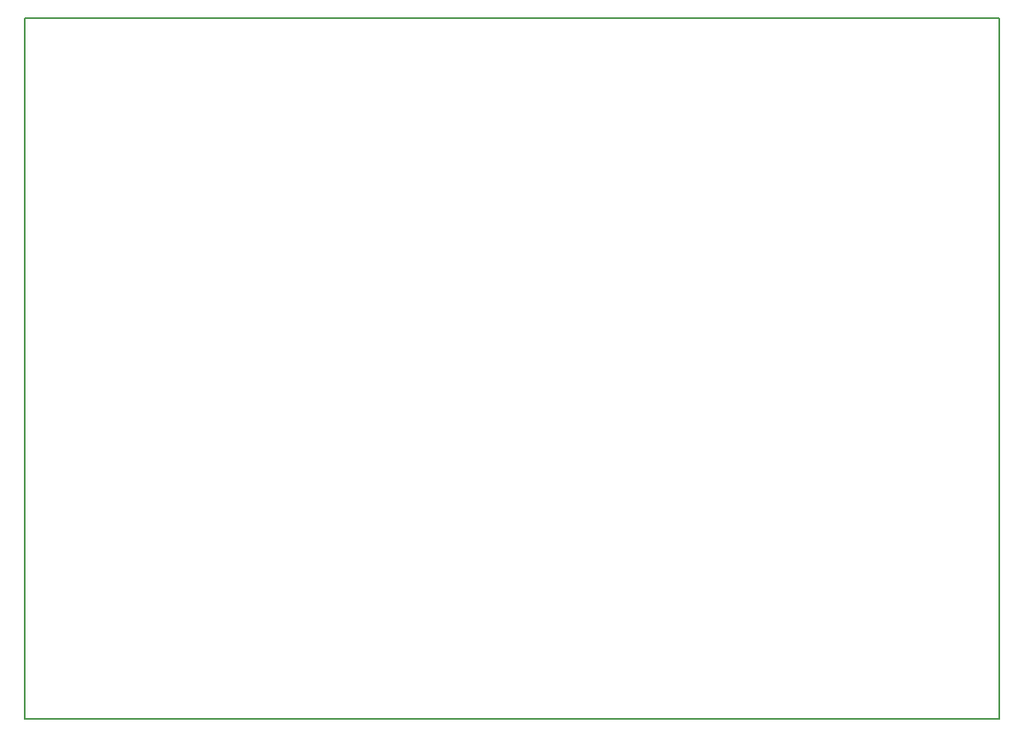
<source format=gbr>
G04 #@! TF.GenerationSoftware,KiCad,Pcbnew,(5.1.5)-3*
G04 #@! TF.CreationDate,2020-08-08T04:04:00-04:00*
G04 #@! TF.ProjectId,LT3081-ARDUINO-HEADERS,4c543330-3831-42d4-9152-4455494e4f2d,rev?*
G04 #@! TF.SameCoordinates,Original*
G04 #@! TF.FileFunction,Profile,NP*
%FSLAX46Y46*%
G04 Gerber Fmt 4.6, Leading zero omitted, Abs format (unit mm)*
G04 Created by KiCad (PCBNEW (5.1.5)-3) date 2020-08-08 04:04:00*
%MOMM*%
%LPD*%
G04 APERTURE LIST*
%ADD10C,0.150000*%
G04 APERTURE END LIST*
D10*
X209000000Y-132000000D02*
X109000000Y-132000000D01*
X209000000Y-60000000D02*
X209000000Y-132000000D01*
X109000000Y-60000000D02*
X209000000Y-59999000D01*
X109000000Y-132000000D02*
X109000000Y-60000000D01*
M02*

</source>
